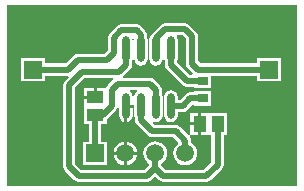
<source format=gtl>
G04 Layer_Physical_Order=1*
G04 Layer_Color=255*
%FSLAX25Y25*%
%MOIN*%
G70*
G01*
G75*
%ADD10C,0.05906*%
%ADD11R,0.05906X0.05906*%
%ADD12R,0.04331X0.05512*%
%ADD13R,0.05512X0.04331*%
%ADD14O,0.02362X0.08661*%
%ADD15R,0.03543X0.02756*%
%ADD16C,0.02000*%
G36*
X206693Y433628D02*
X206299Y433465D01*
X110236D01*
Y494095D01*
X206693D01*
Y433628D01*
D02*
G37*
%LPC*%
G36*
X153335Y487504D02*
X148280D01*
X147499Y487349D01*
X146838Y486906D01*
X144444Y484513D01*
X144002Y483851D01*
X143847Y483071D01*
Y478797D01*
X142679Y477630D01*
X133681D01*
X132901Y477474D01*
X132239Y477033D01*
X129687Y474480D01*
X122673D01*
Y476394D01*
X114768D01*
Y468488D01*
X122673D01*
Y470402D01*
X130413D01*
X130683Y469965D01*
X129483Y468765D01*
X129041Y468103D01*
X128886Y467323D01*
Y440158D01*
X129041Y439377D01*
X129483Y438716D01*
X132633Y435566D01*
X133294Y435124D01*
X134075Y434969D01*
X156909D01*
X157690Y435124D01*
X158351Y435566D01*
X159587Y436801D01*
X160822Y435566D01*
X161483Y435124D01*
X162264Y434969D01*
X176594D01*
X177375Y435124D01*
X178036Y435566D01*
X181776Y439306D01*
X181777Y439306D01*
X182219Y439968D01*
X182374Y440748D01*
Y450575D01*
X183500D01*
Y458087D01*
X174929D01*
Y454331D01*
Y450575D01*
X178296D01*
Y441593D01*
X175750Y439047D01*
X163108D01*
X161626Y440530D01*
Y441071D01*
X162406Y441669D01*
X163039Y442495D01*
X163438Y443456D01*
X163574Y444488D01*
X163438Y445520D01*
X163039Y446482D01*
X162406Y447307D01*
X161580Y447941D01*
X160618Y448339D01*
X159587Y448475D01*
X158555Y448339D01*
X157593Y447941D01*
X156767Y447307D01*
X156134Y446482D01*
X155736Y445520D01*
X155600Y444488D01*
X155736Y443456D01*
X156134Y442495D01*
X156767Y441669D01*
X157547Y441071D01*
Y440530D01*
X156065Y439047D01*
X134920D01*
X132964Y441002D01*
Y466478D01*
X136100Y469614D01*
X145407D01*
X145558Y469299D01*
X145581Y469114D01*
X143657Y467190D01*
X143214Y466528D01*
X143180Y466354D01*
X140087D01*
Y463189D01*
X139587D01*
Y462689D01*
X135831D01*
Y460024D01*
Y454118D01*
X137547D01*
Y448441D01*
X135634D01*
Y440535D01*
X143539D01*
Y448441D01*
X141626D01*
Y454118D01*
X143342D01*
Y455678D01*
X143588Y455841D01*
X146540Y458794D01*
X146982Y459456D01*
X147079Y459943D01*
X147579Y459894D01*
Y457087D01*
X147749Y456236D01*
X148231Y455514D01*
X148952Y455032D01*
X149303Y454962D01*
Y460236D01*
X149803D01*
Y460736D01*
X152027D01*
Y463386D01*
X151858Y464237D01*
X151376Y464958D01*
X151048Y465177D01*
X151199Y465677D01*
X153407D01*
X153559Y465177D01*
X153231Y464958D01*
X152749Y464237D01*
X152579Y463386D01*
Y457087D01*
X152749Y456236D01*
X152764Y456213D01*
Y455650D01*
X152919Y454869D01*
X153361Y454208D01*
X157042Y450527D01*
X157704Y450084D01*
X158484Y449929D01*
X165514D01*
X167273Y448169D01*
X167241Y447671D01*
X166768Y447307D01*
X166134Y446482D01*
X165736Y445520D01*
X165600Y444488D01*
X165736Y443456D01*
X166134Y442495D01*
X166768Y441669D01*
X167593Y441036D01*
X168555Y440637D01*
X169587Y440501D01*
X170618Y440637D01*
X171580Y441036D01*
X172406Y441669D01*
X173039Y442495D01*
X173438Y443456D01*
X173574Y444488D01*
X173438Y445520D01*
X173039Y446482D01*
X172406Y447307D01*
X171626Y447906D01*
Y448740D01*
X171626Y448740D01*
X171471Y449520D01*
X171124Y450040D01*
X171099Y450270D01*
X171320Y450546D01*
X171545Y450575D01*
X171712Y450575D01*
X173929D01*
Y453831D01*
X171264D01*
Y451058D01*
X171264Y450936D01*
X170838Y450521D01*
X170687Y450525D01*
X170686Y450526D01*
X170683Y450528D01*
X167800Y453410D01*
X167139Y453853D01*
X166358Y454008D01*
X159329D01*
X158732Y454605D01*
X158855Y454844D01*
X159026Y455017D01*
X159803Y454863D01*
X160654Y455032D01*
X161376Y455514D01*
X161858Y456236D01*
X162027Y457087D01*
Y463386D01*
X161858Y464237D01*
X161842Y464260D01*
Y465610D01*
X161687Y466391D01*
X161245Y467052D01*
X159139Y469158D01*
X158477Y469600D01*
X157697Y469756D01*
X149120D01*
X148970Y470071D01*
X148947Y470256D01*
X151245Y472554D01*
X151687Y473216D01*
X151842Y473996D01*
Y475110D01*
X151858Y475133D01*
X152027Y475984D01*
Y482283D01*
X151944Y482702D01*
X152280Y483102D01*
X152652Y482649D01*
X152579Y482283D01*
Y475984D01*
X152749Y475133D01*
X153231Y474412D01*
X153952Y473930D01*
X154803Y473760D01*
X155654Y473930D01*
X156376Y474412D01*
X156858Y475133D01*
X157027Y475984D01*
Y482283D01*
X156858Y483135D01*
X156842Y483157D01*
Y483996D01*
X156687Y484776D01*
X156245Y485438D01*
X154777Y486906D01*
X154115Y487349D01*
X153335Y487504D01*
D02*
G37*
G36*
X169508Y487866D02*
X162815D01*
X162035Y487711D01*
X161373Y487269D01*
X158361Y484257D01*
X157919Y483595D01*
X157861Y483303D01*
X157749Y483135D01*
X157579Y482283D01*
Y475984D01*
X157749Y475133D01*
X158231Y474412D01*
X158952Y473930D01*
X159803Y473760D01*
X160654Y473930D01*
X161376Y474412D01*
X161858Y475133D01*
X162027Y475984D01*
Y481688D01*
X162079Y481723D01*
X162579Y481456D01*
Y475984D01*
X162749Y475133D01*
X162764Y475110D01*
Y473996D01*
X162919Y473216D01*
X163361Y472554D01*
X168657Y467259D01*
X169318Y466817D01*
X170098Y466662D01*
X170098Y466662D01*
X172642D01*
Y466323D01*
X178185D01*
Y470402D01*
X193508D01*
Y468488D01*
X201413D01*
Y476394D01*
X193508D01*
Y474480D01*
X174683D01*
X173909Y475254D01*
Y483464D01*
X173754Y484245D01*
X173312Y484906D01*
X170950Y487269D01*
X170288Y487711D01*
X169508Y487866D01*
D02*
G37*
G36*
X139087Y466354D02*
X135831D01*
Y463689D01*
X139087D01*
Y466354D01*
D02*
G37*
G36*
X164803Y465610D02*
X163952Y465440D01*
X163231Y464958D01*
X162749Y464237D01*
X162579Y463386D01*
Y457087D01*
X162749Y456236D01*
X163231Y455514D01*
X163952Y455032D01*
X164803Y454863D01*
X165654Y455032D01*
X166376Y455514D01*
X166858Y456236D01*
X167027Y457087D01*
Y458197D01*
X168720D01*
X169501Y458352D01*
X170162Y458794D01*
X172124Y460756D01*
X172642D01*
Y460417D01*
X178185D01*
Y465173D01*
X172642D01*
Y464834D01*
X171280D01*
X170499Y464679D01*
X169838Y464237D01*
X167876Y462275D01*
X167027D01*
Y463386D01*
X166858Y464237D01*
X166376Y464958D01*
X165654Y465440D01*
X164803Y465610D01*
D02*
G37*
G36*
X152027Y459736D02*
X150303D01*
Y454962D01*
X150654Y455032D01*
X151376Y455514D01*
X151858Y456236D01*
X152027Y457087D01*
Y459736D01*
D02*
G37*
G36*
X173929Y458087D02*
X171264D01*
Y454831D01*
X173929D01*
Y458087D01*
D02*
G37*
G36*
X150087Y448409D02*
Y444988D01*
X153508D01*
X153438Y445520D01*
X153039Y446482D01*
X152406Y447307D01*
X151580Y447941D01*
X150619Y448339D01*
X150087Y448409D01*
D02*
G37*
G36*
X149087D02*
X148555Y448339D01*
X147593Y447941D01*
X146767Y447307D01*
X146134Y446482D01*
X145736Y445520D01*
X145666Y444988D01*
X149087D01*
Y448409D01*
D02*
G37*
G36*
X153508Y443988D02*
X150087D01*
Y440567D01*
X150619Y440637D01*
X151580Y441036D01*
X152406Y441669D01*
X153039Y442495D01*
X153438Y443456D01*
X153508Y443988D01*
D02*
G37*
G36*
X149087D02*
X145666D01*
X145736Y443456D01*
X146134Y442495D01*
X146767Y441669D01*
X147593Y441036D01*
X148555Y440637D01*
X149087Y440567D01*
Y443988D01*
D02*
G37*
%LPD*%
G36*
X169831Y482620D02*
Y474409D01*
X169986Y473629D01*
X170428Y472967D01*
X172156Y471240D01*
X171949Y470740D01*
X170943D01*
X166842Y474841D01*
Y475110D01*
X166858Y475133D01*
X167027Y475984D01*
Y482283D01*
X166858Y483135D01*
X166716Y483347D01*
X166952Y483788D01*
X168663D01*
X169831Y482620D01*
D02*
G37*
D10*
X169587Y444488D02*
D03*
X159587D02*
D03*
X149587D02*
D03*
D11*
X139587D02*
D03*
X118720Y472441D02*
D03*
X197461D02*
D03*
D12*
X174429Y454331D02*
D03*
X180335D02*
D03*
D13*
X139587Y463189D02*
D03*
Y457283D02*
D03*
D14*
X149803Y460236D02*
D03*
X154803D02*
D03*
X159803D02*
D03*
X164803D02*
D03*
X149803Y479134D02*
D03*
X154803D02*
D03*
X159803D02*
D03*
X164803D02*
D03*
D15*
X175413Y462795D02*
D03*
Y468701D02*
D03*
D16*
X180335Y440748D02*
Y454331D01*
X176594Y437008D02*
X180335Y440748D01*
X162264Y437008D02*
X176594D01*
X159587Y439685D02*
X162264Y437008D01*
X159587Y439685D02*
Y444488D01*
X164803Y460236D02*
X168720D01*
X171280Y462795D01*
X175413D01*
X164803Y473996D02*
Y479134D01*
Y473996D02*
X170098Y468701D01*
X175413D01*
X159803Y460236D02*
Y465610D01*
X157697Y467717D02*
X159803Y465610D01*
X147067Y467717D02*
X157697D01*
X145098Y465748D02*
X147067Y467717D01*
X145098Y460236D02*
Y465748D01*
X142146Y457283D02*
X145098Y460236D01*
X139587Y457283D02*
X142146D01*
X169508Y485827D02*
X171870Y483464D01*
Y474409D02*
Y483464D01*
Y474409D02*
X173839Y472441D01*
X162815Y485827D02*
X169508D01*
X173839Y472441D02*
X195151D01*
X169587Y444488D02*
Y448740D01*
X166358Y451968D02*
X169587Y448740D01*
X158484Y451968D02*
X166358D01*
X154803Y455650D02*
X158484Y451968D01*
X154803Y455650D02*
Y460236D01*
X159803Y479134D02*
Y482815D01*
X162815Y485827D01*
X154803Y479134D02*
Y483996D01*
X153335Y485465D02*
X154803Y483996D01*
X148280Y485465D02*
X153335D01*
X145886Y483071D02*
X148280Y485465D01*
X145886Y477953D02*
Y483071D01*
X143524Y475591D02*
X145886Y477953D01*
X133681Y475591D02*
X143524D01*
X130532Y472441D02*
X133681Y475591D01*
X118720Y472441D02*
X130532D01*
X149803Y473996D02*
Y479134D01*
X147461Y471654D02*
X149803Y473996D01*
X135256Y471654D02*
X147461D01*
X130925Y467323D02*
X135256Y471654D01*
X130925Y440158D02*
Y467323D01*
Y440158D02*
X134075Y437008D01*
X156909D01*
X159587Y439685D01*
X139587Y444488D02*
X139587Y444488D01*
X139587Y444488D02*
Y457283D01*
X149803Y444902D02*
X149823Y444882D01*
X195151Y472441D02*
X196935Y470657D01*
M02*

</source>
